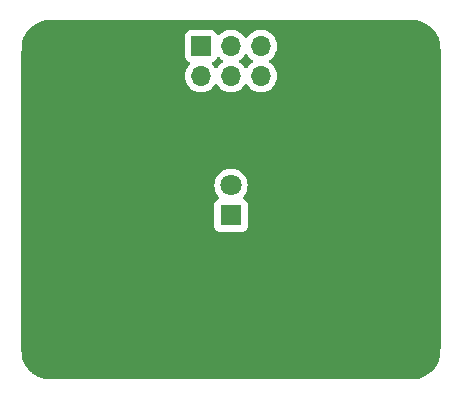
<source format=gbr>
G04 #@! TF.GenerationSoftware,KiCad,Pcbnew,(6.99.0-2452-gdb4f2d9dd8)*
G04 #@! TF.CreationDate,2022-08-02T00:34:45-05:00*
G04 #@! TF.ProjectId,DDS,4444532e-6b69-4636-9164-5f7063625858,rev?*
G04 #@! TF.SameCoordinates,Original*
G04 #@! TF.FileFunction,Copper,L1,Top*
G04 #@! TF.FilePolarity,Positive*
%FSLAX46Y46*%
G04 Gerber Fmt 4.6, Leading zero omitted, Abs format (unit mm)*
G04 Created by KiCad (PCBNEW (6.99.0-2452-gdb4f2d9dd8)) date 2022-08-02 00:34:45*
%MOMM*%
%LPD*%
G01*
G04 APERTURE LIST*
G04 #@! TA.AperFunction,ComponentPad*
%ADD10R,1.800000X1.800000*%
G04 #@! TD*
G04 #@! TA.AperFunction,ComponentPad*
%ADD11C,1.800000*%
G04 #@! TD*
G04 #@! TA.AperFunction,ComponentPad*
%ADD12R,1.700000X1.700000*%
G04 #@! TD*
G04 #@! TA.AperFunction,ComponentPad*
%ADD13O,1.700000X1.700000*%
G04 #@! TD*
G04 APERTURE END LIST*
D10*
X139707052Y-114040003D03*
D11*
X139707053Y-111500004D03*
D12*
X137167052Y-99700003D03*
D13*
X137167052Y-102240003D03*
X139707052Y-99700003D03*
X139707052Y-102240003D03*
X142247052Y-99700003D03*
X142247052Y-102240003D03*
G04 #@! TA.AperFunction,NonConductor*
G36*
X138690492Y-100611392D02*
G01*
X138722808Y-100636642D01*
X138743579Y-100659205D01*
X138783813Y-100702910D01*
X138961477Y-100841193D01*
X138966058Y-100843672D01*
X138994733Y-100859190D01*
X139045124Y-100909203D01*
X139060476Y-100978520D01*
X139035916Y-101045133D01*
X138994734Y-101080817D01*
X138961477Y-101098815D01*
X138957366Y-101102014D01*
X138957364Y-101102016D01*
X138802914Y-101222231D01*
X138783813Y-101237098D01*
X138780281Y-101240935D01*
X138634859Y-101398903D01*
X138634856Y-101398907D01*
X138631331Y-101402736D01*
X138614729Y-101428147D01*
X138542536Y-101538647D01*
X138488532Y-101584736D01*
X138418185Y-101594311D01*
X138353827Y-101564334D01*
X138331570Y-101538647D01*
X138259377Y-101428147D01*
X138242775Y-101402736D01*
X138239250Y-101398907D01*
X138239247Y-101398903D01*
X138099578Y-101247184D01*
X138068157Y-101183519D01*
X138076144Y-101112973D01*
X138121002Y-101057944D01*
X138148244Y-101043791D01*
X138263257Y-101000893D01*
X138275589Y-100991662D01*
X138373103Y-100918663D01*
X138380314Y-100913265D01*
X138467942Y-100796208D01*
X138512051Y-100677948D01*
X138554598Y-100621112D01*
X138621118Y-100596301D01*
X138690492Y-100611392D01*
G37*
G04 #@! TD.AperFunction*
G04 #@! TA.AperFunction,NonConductor*
G36*
X141060279Y-100375674D02*
G01*
X141082536Y-100401361D01*
X141171331Y-100537272D01*
X141174856Y-100541101D01*
X141174859Y-100541105D01*
X141239564Y-100611392D01*
X141323813Y-100702910D01*
X141501477Y-100841193D01*
X141506058Y-100843672D01*
X141534733Y-100859190D01*
X141585124Y-100909203D01*
X141600476Y-100978520D01*
X141575916Y-101045133D01*
X141534734Y-101080817D01*
X141501477Y-101098815D01*
X141497366Y-101102014D01*
X141497364Y-101102016D01*
X141342914Y-101222231D01*
X141323813Y-101237098D01*
X141320281Y-101240935D01*
X141174859Y-101398903D01*
X141174856Y-101398907D01*
X141171331Y-101402736D01*
X141154729Y-101428147D01*
X141082536Y-101538647D01*
X141028532Y-101584736D01*
X140958185Y-101594311D01*
X140893827Y-101564334D01*
X140871570Y-101538647D01*
X140799377Y-101428147D01*
X140782775Y-101402736D01*
X140779250Y-101398907D01*
X140779247Y-101398903D01*
X140633825Y-101240935D01*
X140630293Y-101237098D01*
X140611192Y-101222231D01*
X140456742Y-101102016D01*
X140456740Y-101102014D01*
X140452629Y-101098815D01*
X140419373Y-101080818D01*
X140368982Y-101030805D01*
X140353630Y-100961488D01*
X140378190Y-100894875D01*
X140419373Y-100859190D01*
X140448048Y-100843672D01*
X140452629Y-100841193D01*
X140630293Y-100702910D01*
X140714542Y-100611392D01*
X140779247Y-100541105D01*
X140779250Y-100541101D01*
X140782775Y-100537272D01*
X140871570Y-100401361D01*
X140925574Y-100355272D01*
X140995921Y-100345697D01*
X141060279Y-100375674D01*
G37*
G04 #@! TD.AperFunction*
G04 #@! TA.AperFunction,NonConductor*
G36*
X153127945Y-97483500D02*
G01*
X153128998Y-97483505D01*
X155101531Y-97501270D01*
X155108906Y-97501553D01*
X155278964Y-97513065D01*
X155575454Y-97533136D01*
X155603841Y-97538371D01*
X155748817Y-97582780D01*
X155756750Y-97585503D01*
X155907140Y-97642791D01*
X155914822Y-97646012D01*
X156060333Y-97712761D01*
X156067723Y-97716448D01*
X156208067Y-97792326D01*
X156215120Y-97796441D01*
X156349916Y-97881082D01*
X156356630Y-97885608D01*
X156485419Y-97978589D01*
X156491829Y-97983537D01*
X156614266Y-98084505D01*
X156620322Y-98089834D01*
X156736041Y-98198424D01*
X156741725Y-98204110D01*
X156850318Y-98319923D01*
X156855610Y-98325941D01*
X156869143Y-98342361D01*
X156956732Y-98448635D01*
X156961656Y-98455014D01*
X157054866Y-98584130D01*
X157059376Y-98590821D01*
X157141838Y-98722060D01*
X157144341Y-98726044D01*
X157148441Y-98733063D01*
X157187261Y-98804735D01*
X157224758Y-98873963D01*
X157228423Y-98881288D01*
X157295735Y-99027526D01*
X157298936Y-99035125D01*
X157356867Y-99186316D01*
X157359571Y-99194139D01*
X157377655Y-99252610D01*
X157407306Y-99348482D01*
X157410161Y-99359430D01*
X157417867Y-99395563D01*
X157419752Y-99406927D01*
X157427571Y-99472508D01*
X157428187Y-99479174D01*
X157435635Y-99592664D01*
X157435815Y-99596162D01*
X157441405Y-99744789D01*
X157442452Y-99772634D01*
X157442509Y-99774535D01*
X157448243Y-100029406D01*
X157448263Y-100030487D01*
X157453121Y-100379648D01*
X157453130Y-100380516D01*
X157458049Y-101080818D01*
X157460489Y-101428147D01*
X157461554Y-101797388D01*
X157464703Y-102888795D01*
X157465171Y-103051199D01*
X157467773Y-105381481D01*
X157469135Y-112697164D01*
X157460537Y-123904481D01*
X157460490Y-123965581D01*
X157460483Y-123966765D01*
X157447928Y-125120727D01*
X157442533Y-125616622D01*
X157442140Y-125625280D01*
X157410079Y-126026805D01*
X157404880Y-126053917D01*
X157360177Y-126198831D01*
X157357519Y-126206551D01*
X157300524Y-126356143D01*
X157297380Y-126363656D01*
X157231293Y-126508262D01*
X157227686Y-126515527D01*
X157222983Y-126524277D01*
X157152828Y-126654820D01*
X157148770Y-126661823D01*
X157065440Y-126795516D01*
X157060956Y-126802221D01*
X156969472Y-126929988D01*
X156964586Y-126936371D01*
X156865262Y-127057896D01*
X156860003Y-127063929D01*
X156753119Y-127178932D01*
X156747507Y-127184597D01*
X156633414Y-127292717D01*
X156627452Y-127298019D01*
X156506428Y-127398966D01*
X156500156Y-127403870D01*
X156372530Y-127497314D01*
X156365965Y-127501809D01*
X156232022Y-127587443D01*
X156225195Y-127591511D01*
X156085249Y-127669013D01*
X156078183Y-127672640D01*
X155975491Y-127721324D01*
X155932529Y-127741691D01*
X155925256Y-127744862D01*
X155896117Y-127756490D01*
X155774206Y-127805139D01*
X155766749Y-127807846D01*
X155736367Y-127817804D01*
X155613226Y-127858164D01*
X155600285Y-127861654D01*
X155566377Y-127868890D01*
X155553687Y-127870927D01*
X155525950Y-127873939D01*
X155482049Y-127878706D01*
X155475646Y-127879236D01*
X155428359Y-127881942D01*
X155345195Y-127886700D01*
X155342111Y-127886839D01*
X155137800Y-127893429D01*
X155135712Y-127893496D01*
X155134075Y-127893538D01*
X154833579Y-127899323D01*
X154832680Y-127899337D01*
X154419312Y-127904292D01*
X154418686Y-127904298D01*
X153174674Y-127912019D01*
X151245829Y-127917334D01*
X151245644Y-127917334D01*
X148476483Y-127920886D01*
X148476385Y-127920886D01*
X142308687Y-127924005D01*
X139791220Y-127925278D01*
X138691096Y-127924928D01*
X127123285Y-127921243D01*
X127121916Y-127921235D01*
X123966993Y-127885949D01*
X123941561Y-127883065D01*
X123864435Y-127866248D01*
X123860096Y-127865219D01*
X123774741Y-127843382D01*
X123770282Y-127842154D01*
X123686741Y-127817481D01*
X123682240Y-127816059D01*
X123600484Y-127788544D01*
X123595964Y-127786927D01*
X123515770Y-127756490D01*
X123511270Y-127754682D01*
X123432658Y-127721331D01*
X123428200Y-127719337D01*
X123351010Y-127682998D01*
X123346626Y-127680829D01*
X123270859Y-127641498D01*
X123266592Y-127639178D01*
X123192054Y-127596749D01*
X123187942Y-127594302D01*
X123181813Y-127590495D01*
X123169680Y-127582960D01*
X123114682Y-127548801D01*
X123110684Y-127546212D01*
X123043007Y-127500546D01*
X123038568Y-127497550D01*
X123034752Y-127494871D01*
X122963686Y-127442982D01*
X122960093Y-127440258D01*
X122890015Y-127385086D01*
X122886594Y-127382293D01*
X122817504Y-127323840D01*
X122814264Y-127321003D01*
X122746049Y-127259169D01*
X122743016Y-127256327D01*
X122675324Y-127190772D01*
X122673061Y-127188524D01*
X122663632Y-127178918D01*
X122625412Y-127139982D01*
X122623741Y-127138245D01*
X122578320Y-127090098D01*
X122576525Y-127088154D01*
X122533630Y-127040666D01*
X122531693Y-127038470D01*
X122491167Y-126991442D01*
X122489150Y-126989043D01*
X122450754Y-126942177D01*
X122448739Y-126939648D01*
X122412396Y-126892830D01*
X122410321Y-126890081D01*
X122375806Y-126843016D01*
X122373752Y-126840131D01*
X122340939Y-126792644D01*
X122338944Y-126789667D01*
X122307662Y-126741514D01*
X122305742Y-126738464D01*
X122275820Y-126689387D01*
X122274010Y-126686322D01*
X122260007Y-126661823D01*
X122245294Y-126636083D01*
X122243633Y-126633083D01*
X122215957Y-126581408D01*
X122214423Y-126578449D01*
X122187678Y-126525163D01*
X122186321Y-126522374D01*
X122160321Y-126467134D01*
X122159113Y-126464485D01*
X122133803Y-126407227D01*
X122132747Y-126404766D01*
X122107488Y-126344047D01*
X122107488Y-126344045D01*
X122107454Y-126343964D01*
X122107413Y-126343867D01*
X122111484Y-126342146D01*
X122111478Y-126342126D01*
X122107412Y-126343865D01*
X122046362Y-126201167D01*
X122042570Y-126191146D01*
X122032478Y-126160611D01*
X122030134Y-126152650D01*
X122020039Y-126113656D01*
X122018367Y-126106293D01*
X122008567Y-126056252D01*
X122007537Y-126050218D01*
X121998135Y-125985746D01*
X121997546Y-125981109D01*
X121988690Y-125899202D01*
X121988365Y-125895746D01*
X121980174Y-125793778D01*
X121979995Y-125791227D01*
X121972508Y-125666297D01*
X121972409Y-125664412D01*
X121965664Y-125514212D01*
X121965591Y-125512250D01*
X121954164Y-125122318D01*
X121954128Y-125120727D01*
X121945349Y-124594177D01*
X121945336Y-124593254D01*
X121938909Y-123905030D01*
X121938906Y-123904481D01*
X121934558Y-123032771D01*
X121934556Y-123032444D01*
X121931974Y-121951057D01*
X121931974Y-121950862D01*
X121930865Y-120637628D01*
X121930865Y-120637455D01*
X121935136Y-112578792D01*
X121935136Y-112578676D01*
X121936703Y-111500004D01*
X138293726Y-111500004D01*
X138313002Y-111732630D01*
X138370304Y-111958911D01*
X138464069Y-112172673D01*
X138591739Y-112368087D01*
X138595264Y-112371916D01*
X138595267Y-112371920D01*
X138635402Y-112415517D01*
X138676896Y-112460591D01*
X138708316Y-112524255D01*
X138700329Y-112594801D01*
X138655471Y-112649830D01*
X138628227Y-112663983D01*
X138569295Y-112685964D01*
X138569291Y-112685966D01*
X138560849Y-112689115D01*
X138553637Y-112694514D01*
X138553635Y-112694515D01*
X138550095Y-112697165D01*
X138443792Y-112776743D01*
X138356164Y-112893800D01*
X138305064Y-113030803D01*
X138298553Y-113091366D01*
X138298553Y-114988642D01*
X138305064Y-115049205D01*
X138356164Y-115186208D01*
X138443792Y-115303265D01*
X138560849Y-115390893D01*
X138697852Y-115441993D01*
X138734758Y-115445961D01*
X138755065Y-115448144D01*
X138755068Y-115448144D01*
X138758415Y-115448504D01*
X140655691Y-115448504D01*
X140659038Y-115448144D01*
X140659041Y-115448144D01*
X140679348Y-115445961D01*
X140716254Y-115441993D01*
X140853257Y-115390893D01*
X140970314Y-115303265D01*
X141057942Y-115186208D01*
X141109042Y-115049205D01*
X141115553Y-114988642D01*
X141115553Y-113091366D01*
X141109042Y-113030803D01*
X141057942Y-112893800D01*
X140970314Y-112776743D01*
X140864011Y-112697165D01*
X140860471Y-112694515D01*
X140860469Y-112694514D01*
X140853257Y-112689115D01*
X140844815Y-112685966D01*
X140844811Y-112685964D01*
X140785879Y-112663983D01*
X140729044Y-112621437D01*
X140704233Y-112554916D01*
X140719325Y-112485542D01*
X140737209Y-112460593D01*
X140778704Y-112415517D01*
X140818839Y-112371920D01*
X140818842Y-112371916D01*
X140822367Y-112368087D01*
X140950037Y-112172673D01*
X141043802Y-111958911D01*
X141101104Y-111732630D01*
X141120380Y-111500004D01*
X141101104Y-111267378D01*
X141043802Y-111041097D01*
X140950037Y-110827335D01*
X140822367Y-110631921D01*
X140818842Y-110628092D01*
X140818839Y-110628088D01*
X140667805Y-110464023D01*
X140664273Y-110460186D01*
X140660161Y-110456985D01*
X140660155Y-110456980D01*
X140484183Y-110320015D01*
X140484181Y-110320013D01*
X140480070Y-110316814D01*
X140274780Y-110205717D01*
X140054004Y-110129924D01*
X140048870Y-110129067D01*
X140048865Y-110129066D01*
X139828902Y-110092361D01*
X139828899Y-110092361D01*
X139823765Y-110091504D01*
X139590341Y-110091504D01*
X139585207Y-110092361D01*
X139585204Y-110092361D01*
X139365241Y-110129066D01*
X139365236Y-110129067D01*
X139360102Y-110129924D01*
X139139326Y-110205717D01*
X138934036Y-110316814D01*
X138929925Y-110320013D01*
X138929923Y-110320015D01*
X138753951Y-110456980D01*
X138753945Y-110456985D01*
X138749833Y-110460186D01*
X138746301Y-110464023D01*
X138595267Y-110628088D01*
X138595264Y-110628092D01*
X138591739Y-110631921D01*
X138464069Y-110827335D01*
X138370304Y-111041097D01*
X138313002Y-111267378D01*
X138293726Y-111500004D01*
X121936703Y-111500004D01*
X121937369Y-111041097D01*
X121950148Y-102240004D01*
X135803897Y-102240004D01*
X135822489Y-102464372D01*
X135877757Y-102682620D01*
X135968193Y-102888795D01*
X135971043Y-102893157D01*
X135971045Y-102893161D01*
X135985754Y-102915674D01*
X136091331Y-103077272D01*
X136094856Y-103081101D01*
X136094859Y-103081105D01*
X136196413Y-103191421D01*
X136243813Y-103242910D01*
X136421477Y-103381193D01*
X136619479Y-103488346D01*
X136832418Y-103561448D01*
X136837552Y-103562305D01*
X136837557Y-103562306D01*
X137049347Y-103597647D01*
X137049349Y-103597647D01*
X137054484Y-103598504D01*
X137279622Y-103598504D01*
X137284757Y-103597647D01*
X137284759Y-103597647D01*
X137496549Y-103562306D01*
X137496554Y-103562305D01*
X137501688Y-103561448D01*
X137714627Y-103488346D01*
X137912629Y-103381193D01*
X138090293Y-103242910D01*
X138137693Y-103191421D01*
X138239247Y-103081105D01*
X138239250Y-103081101D01*
X138242775Y-103077272D01*
X138331570Y-102941361D01*
X138385574Y-102895272D01*
X138455921Y-102885697D01*
X138520279Y-102915674D01*
X138542536Y-102941361D01*
X138631331Y-103077272D01*
X138634856Y-103081101D01*
X138634859Y-103081105D01*
X138736413Y-103191421D01*
X138783813Y-103242910D01*
X138961477Y-103381193D01*
X139159479Y-103488346D01*
X139372418Y-103561448D01*
X139377552Y-103562305D01*
X139377557Y-103562306D01*
X139589347Y-103597647D01*
X139589349Y-103597647D01*
X139594484Y-103598504D01*
X139819622Y-103598504D01*
X139824757Y-103597647D01*
X139824759Y-103597647D01*
X140036549Y-103562306D01*
X140036554Y-103562305D01*
X140041688Y-103561448D01*
X140254627Y-103488346D01*
X140452629Y-103381193D01*
X140630293Y-103242910D01*
X140677693Y-103191421D01*
X140779247Y-103081105D01*
X140779250Y-103081101D01*
X140782775Y-103077272D01*
X140871570Y-102941361D01*
X140925574Y-102895272D01*
X140995921Y-102885697D01*
X141060279Y-102915674D01*
X141082536Y-102941361D01*
X141171331Y-103077272D01*
X141174856Y-103081101D01*
X141174859Y-103081105D01*
X141276413Y-103191421D01*
X141323813Y-103242910D01*
X141501477Y-103381193D01*
X141699479Y-103488346D01*
X141912418Y-103561448D01*
X141917552Y-103562305D01*
X141917557Y-103562306D01*
X142129347Y-103597647D01*
X142129349Y-103597647D01*
X142134484Y-103598504D01*
X142359622Y-103598504D01*
X142364757Y-103597647D01*
X142364759Y-103597647D01*
X142576549Y-103562306D01*
X142576554Y-103562305D01*
X142581688Y-103561448D01*
X142794627Y-103488346D01*
X142992629Y-103381193D01*
X143170293Y-103242910D01*
X143217693Y-103191421D01*
X143319247Y-103081105D01*
X143319250Y-103081101D01*
X143322775Y-103077272D01*
X143428352Y-102915674D01*
X143443061Y-102893161D01*
X143443063Y-102893157D01*
X143445913Y-102888795D01*
X143536349Y-102682620D01*
X143591617Y-102464372D01*
X143610209Y-102240004D01*
X143591617Y-102015636D01*
X143536349Y-101797388D01*
X143445913Y-101591213D01*
X143441682Y-101584736D01*
X143339377Y-101428147D01*
X143322775Y-101402736D01*
X143319250Y-101398907D01*
X143319247Y-101398903D01*
X143173825Y-101240935D01*
X143170293Y-101237098D01*
X143151192Y-101222231D01*
X142996742Y-101102016D01*
X142996740Y-101102014D01*
X142992629Y-101098815D01*
X142959373Y-101080818D01*
X142908982Y-101030805D01*
X142893630Y-100961488D01*
X142918190Y-100894875D01*
X142959373Y-100859190D01*
X142988048Y-100843672D01*
X142992629Y-100841193D01*
X143170293Y-100702910D01*
X143254542Y-100611392D01*
X143319247Y-100541105D01*
X143319250Y-100541101D01*
X143322775Y-100537272D01*
X143425433Y-100380142D01*
X143443061Y-100353161D01*
X143443063Y-100353157D01*
X143445913Y-100348795D01*
X143536349Y-100142620D01*
X143564922Y-100029790D01*
X143590336Y-99929431D01*
X143590336Y-99929430D01*
X143591617Y-99924372D01*
X143604125Y-99773433D01*
X143609779Y-99705193D01*
X143610209Y-99700004D01*
X143601463Y-99594455D01*
X143592048Y-99480832D01*
X143592047Y-99480827D01*
X143591617Y-99475636D01*
X143590336Y-99470577D01*
X143537631Y-99262450D01*
X143537631Y-99262449D01*
X143536349Y-99257388D01*
X143445913Y-99051213D01*
X143441682Y-99044736D01*
X143325626Y-98867100D01*
X143322775Y-98862736D01*
X143319250Y-98858907D01*
X143319247Y-98858903D01*
X143199648Y-98728986D01*
X143170293Y-98697098D01*
X143037296Y-98593581D01*
X142996742Y-98562016D01*
X142996740Y-98562014D01*
X142992629Y-98558815D01*
X142809408Y-98459661D01*
X142799212Y-98454143D01*
X142799209Y-98454142D01*
X142794627Y-98451662D01*
X142581688Y-98378560D01*
X142576554Y-98377703D01*
X142576549Y-98377702D01*
X142364759Y-98342361D01*
X142364757Y-98342361D01*
X142359622Y-98341504D01*
X142134484Y-98341504D01*
X142129349Y-98342361D01*
X142129347Y-98342361D01*
X141917557Y-98377702D01*
X141917552Y-98377703D01*
X141912418Y-98378560D01*
X141699479Y-98451662D01*
X141694897Y-98454142D01*
X141694894Y-98454143D01*
X141684698Y-98459661D01*
X141501477Y-98558815D01*
X141497366Y-98562014D01*
X141497364Y-98562016D01*
X141456810Y-98593581D01*
X141323813Y-98697098D01*
X141294458Y-98728986D01*
X141174859Y-98858903D01*
X141174856Y-98858907D01*
X141171331Y-98862736D01*
X141099559Y-98972592D01*
X141082536Y-98998647D01*
X141028532Y-99044736D01*
X140958185Y-99054311D01*
X140893827Y-99024334D01*
X140871570Y-98998647D01*
X140854547Y-98972592D01*
X140782775Y-98862736D01*
X140779250Y-98858907D01*
X140779247Y-98858903D01*
X140659648Y-98728986D01*
X140630293Y-98697098D01*
X140497296Y-98593581D01*
X140456742Y-98562016D01*
X140456740Y-98562014D01*
X140452629Y-98558815D01*
X140269408Y-98459661D01*
X140259212Y-98454143D01*
X140259209Y-98454142D01*
X140254627Y-98451662D01*
X140041688Y-98378560D01*
X140036554Y-98377703D01*
X140036549Y-98377702D01*
X139824759Y-98342361D01*
X139824757Y-98342361D01*
X139819622Y-98341504D01*
X139594484Y-98341504D01*
X139589349Y-98342361D01*
X139589347Y-98342361D01*
X139377557Y-98377702D01*
X139377552Y-98377703D01*
X139372418Y-98378560D01*
X139159479Y-98451662D01*
X139154897Y-98454142D01*
X139154894Y-98454143D01*
X139144698Y-98459661D01*
X138961477Y-98558815D01*
X138957366Y-98562014D01*
X138957364Y-98562016D01*
X138916810Y-98593581D01*
X138783813Y-98697098D01*
X138780281Y-98700935D01*
X138722808Y-98763366D01*
X138661954Y-98799937D01*
X138590990Y-98797802D01*
X138532445Y-98757640D01*
X138512051Y-98722060D01*
X138471091Y-98612243D01*
X138471090Y-98612241D01*
X138467942Y-98603800D01*
X138457457Y-98589793D01*
X138385712Y-98493954D01*
X138380314Y-98486743D01*
X138263257Y-98399115D01*
X138126254Y-98348015D01*
X138089348Y-98344047D01*
X138069041Y-98341864D01*
X138069038Y-98341864D01*
X138065691Y-98341504D01*
X136268415Y-98341504D01*
X136265068Y-98341864D01*
X136265065Y-98341864D01*
X136244758Y-98344047D01*
X136207852Y-98348015D01*
X136070849Y-98399115D01*
X135953792Y-98486743D01*
X135948394Y-98493954D01*
X135876650Y-98589793D01*
X135866164Y-98603800D01*
X135815064Y-98740803D01*
X135808553Y-98801366D01*
X135808553Y-100598642D01*
X135815064Y-100659205D01*
X135866164Y-100796208D01*
X135953792Y-100913265D01*
X135961003Y-100918663D01*
X136058518Y-100991662D01*
X136070849Y-101000893D01*
X136185861Y-101043791D01*
X136242695Y-101086337D01*
X136267506Y-101152857D01*
X136252414Y-101222231D01*
X136234528Y-101247184D01*
X136094859Y-101398903D01*
X136094856Y-101398907D01*
X136091331Y-101402736D01*
X136074729Y-101428147D01*
X135972425Y-101584736D01*
X135968193Y-101591213D01*
X135877757Y-101797388D01*
X135822489Y-102015636D01*
X135803897Y-102240004D01*
X121950148Y-102240004D01*
X121951391Y-101383692D01*
X121951400Y-101382428D01*
X121953098Y-101237098D01*
X121961227Y-100541105D01*
X121970476Y-99749240D01*
X121970898Y-99740299D01*
X122002483Y-99359430D01*
X122003115Y-99351805D01*
X122008981Y-99322885D01*
X122052670Y-99189930D01*
X122056152Y-99179334D01*
X122058657Y-99172402D01*
X122114500Y-99030973D01*
X122117307Y-99023863D01*
X122120269Y-99016969D01*
X122128798Y-98998647D01*
X122186708Y-98874246D01*
X122190119Y-98867465D01*
X122264122Y-98730776D01*
X122267991Y-98724123D01*
X122349398Y-98593572D01*
X122353729Y-98587085D01*
X122442322Y-98462876D01*
X122447092Y-98456612D01*
X122542755Y-98338813D01*
X122547915Y-98332851D01*
X122650455Y-98221650D01*
X122656002Y-98216003D01*
X122765260Y-98111555D01*
X122771164Y-98106257D01*
X122886994Y-98008710D01*
X122893201Y-98003807D01*
X122924075Y-97980957D01*
X123015456Y-97913326D01*
X123021899Y-97908862D01*
X123150459Y-97825601D01*
X123157108Y-97821581D01*
X123291779Y-97745747D01*
X123298607Y-97742172D01*
X123355676Y-97714488D01*
X123439322Y-97673912D01*
X123446253Y-97670805D01*
X123512740Y-97643373D01*
X123592778Y-97610350D01*
X123599760Y-97607709D01*
X123753817Y-97554609D01*
X123757270Y-97553476D01*
X123991111Y-97480450D01*
X124028670Y-97474722D01*
X139689542Y-97474722D01*
X153127945Y-97483500D01*
G37*
G04 #@! TD.AperFunction*
M02*

</source>
